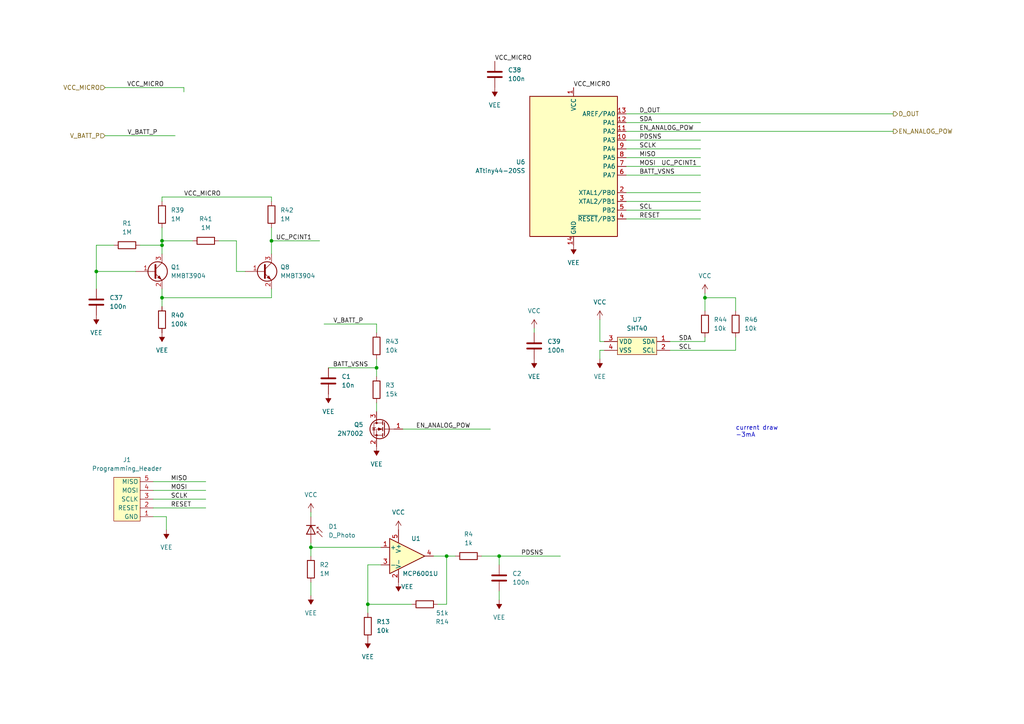
<source format=kicad_sch>
(kicad_sch (version 20211123) (generator eeschema)
  (paper "A4")
  (lib_symbols
    (symbol "Amplifier_Operational:MCP6001U" (pin_names (offset 0.127))
      (property "Reference" "U" (at 0 5.08 0))
      (property "Value" "MCP6001U" (at 0 -5.08 0))
      (symbol "MCP6001U_0_1"
        (polyline (pts (xy -5.08 5.08) (xy 5.08 0) (xy -5.08 -5.08) (xy -5.08 5.08)) (stroke (width 0.254)) (fill (type background)))
        (pin power_in line (at -2.54 -7.62 90) (length 3.81) (name "V-") (number "2"))
        (pin power_in line (at -2.54 7.62 270) (length 3.81) (name "V+") (number "5"))
      )
      (symbol "MCP6001U_1_1"
        (pin input line (at -7.62 2.54 0) (length 2.54) (name "+") (number "1"))
        (pin input line (at -7.62 -2.54 0) (length 2.54) (name "-") (number "3"))
        (pin output line (at 7.62 0 180) (length 2.54) (name "~") (number "4"))
      )
    )
    (symbol "Device:C" (pin_numbers hide) (pin_names (offset 0.254))
      (property "Reference" "C" (at 0.635 2.54 0))
      (property "Value" "C" (at 0.635 -2.54 0))
      (symbol "C_0_1"
        (polyline (pts (xy -2.032 -0.762) (xy 2.032 -0.762)) (stroke (width 0.508)))
        (polyline (pts (xy -2.032 0.762) (xy 2.032 0.762)) (stroke (width 0.508)))
      )
      (symbol "C_1_1"
        (pin passive line (at 0 3.81 270) (length 2.794) (name "~") (number "1"))
        (pin passive line (at 0 -3.81 90) (length 2.794) (name "~") (number "2"))
      )
    )
    (symbol "Device:D_Photo" (pin_numbers hide) (pin_names hide)
      (property "Reference" "D" (at 0.508 1.778 0))
      (property "Value" "D_Photo" (at -1.016 -2.794 0))
      (symbol "D_Photo_0_1"
        (polyline (pts (xy -2.54 1.27) (xy -2.54 -1.27)) (stroke (width 0.254)))
        (polyline (pts (xy -2.032 1.778) (xy -1.524 1.778)))
        (polyline (pts (xy 0 0) (xy -2.54 0)))
        (polyline (pts (xy -0.508 3.302) (xy -2.032 1.778) (xy -2.032 2.286)))
        (polyline (pts (xy 0 -1.27) (xy 0 1.27) (xy -2.54 0) (xy 0 -1.27)) (stroke (width 0.254)))
        (polyline (pts (xy 0.762 3.302) (xy -0.762 1.778) (xy -0.762 2.286) (xy -0.762 1.778) (xy -0.254 1.778)))
      )
      (symbol "D_Photo_1_1"
        (pin passive line (at -5.08 0 0) (length 2.54) (name "K") (number "1"))
        (pin passive line (at 2.54 0 180) (length 2.54) (name "A") (number "2"))
      )
    )
    (symbol "Device:R" (pin_numbers hide) (pin_names (offset 0))
      (property "Reference" "R" (at 2.032 0 90))
      (property "Value" "R" (at 0 0 90))
      (symbol "R_0_1"
        (rectangle (start -1.016 -2.54) (end 1.016 2.54) (stroke (width 0.254)))
      )
      (symbol "R_1_1"
        (pin passive line (at 0 3.81 270) (length 1.27) (name "~") (number "1"))
        (pin passive line (at 0 -3.81 90) (length 1.27) (name "~") (number "2"))
      )
    )
    (symbol "MCU_Microchip_ATtiny:ATtiny44-20SS"
      (property "Reference" "U" (at -12.7 21.59 0))
      (property "Value" "ATtiny44-20SS" (at 2.54 -21.59 0))
      (symbol "ATtiny44-20SS_0_1"
        (rectangle (start -12.7 -20.32) (end 12.7 20.32) (stroke (width 0.254)) (fill (type background)))
      )
      (symbol "ATtiny44-20SS_1_1"
        (pin power_in line (at 0 22.86 270) (length 2.54) (name "VCC") (number "1"))
        (pin bidirectional line (at 15.24 7.62 180) (length 2.54) (name "PA3") (number "10"))
        (pin bidirectional line (at 15.24 10.16 180) (length 2.54) (name "PA2") (number "11"))
        (pin bidirectional line (at 15.24 12.7 180) (length 2.54) (name "PA1") (number "12"))
        (pin bidirectional line (at 15.24 15.24 180) (length 2.54) (name "AREF/PA0") (number "13"))
        (pin power_in line (at 0 -22.86 90) (length 2.54) (name "GND") (number "14"))
        (pin bidirectional line (at 15.24 -7.62 180) (length 2.54) (name "XTAL1/PB0") (number "2"))
        (pin bidirectional line (at 15.24 -10.16 180) (length 2.54) (name "XTAL2/PB1") (number "3"))
        (pin bidirectional line (at 15.24 -15.24 180) (length 2.54) (name "~{RESET}/PB3") (number "4"))
        (pin bidirectional line (at 15.24 -12.7 180) (length 2.54) (name "PB2") (number "5"))
        (pin bidirectional line (at 15.24 -2.54 180) (length 2.54) (name "PA7") (number "6"))
        (pin bidirectional line (at 15.24 0 180) (length 2.54) (name "PA6") (number "7"))
        (pin bidirectional line (at 15.24 2.54 180) (length 2.54) (name "PA5") (number "8"))
        (pin bidirectional line (at 15.24 5.08 180) (length 2.54) (name "PA4") (number "9"))
      )
    )
    (symbol "Transistor_BJT:MMBT3904" (pin_names (offset 0) hide)
      (property "Reference" "Q" (at 5.08 1.905 0))
      (property "Value" "MMBT3904" (at 5.08 0 0))
      (symbol "MMBT3904_0_1"
        (polyline (pts (xy 0.635 0.635) (xy 2.54 2.54)))
        (polyline (pts (xy 0.635 -0.635) (xy 2.54 -2.54) (xy 2.54 -2.54)))
        (polyline (pts (xy 0.635 1.905) (xy 0.635 -1.905) (xy 0.635 -1.905)) (stroke (width 0.508)))
        (polyline (pts (xy 1.27 -1.778) (xy 1.778 -1.27) (xy 2.286 -2.286) (xy 1.27 -1.778) (xy 1.27 -1.778)) (fill (type outline)))
        (circle (center 1.27 0) (radius 2.8194) (stroke (width 0.254)))
      )
      (symbol "MMBT3904_1_1"
        (pin input line (at -5.08 0 0) (length 5.715) (name "B") (number "1"))
        (pin passive line (at 2.54 -5.08 90) (length 2.54) (name "E") (number "2"))
        (pin passive line (at 2.54 5.08 270) (length 2.54) (name "C") (number "3"))
      )
    )
    (symbol "Transistor_FET:2N7002" (pin_names hide)
      (property "Reference" "Q" (at 5.08 1.905 0))
      (property "Value" "2N7002" (at 5.08 0 0))
      (symbol "2N7002_0_1"
        (polyline (pts (xy 0.254 0) (xy -2.54 0)))
        (polyline (pts (xy 0.254 1.905) (xy 0.254 -1.905)) (stroke (width 0.254)))
        (polyline (pts (xy 0.762 -1.27) (xy 0.762 -2.286)) (stroke (width 0.254)))
        (polyline (pts (xy 0.762 0.508) (xy 0.762 -0.508)) (stroke (width 0.254)))
        (polyline (pts (xy 0.762 2.286) (xy 0.762 1.27)) (stroke (width 0.254)))
        (polyline (pts (xy 2.54 2.54) (xy 2.54 1.778)))
        (polyline (pts (xy 2.54 -2.54) (xy 2.54 0) (xy 0.762 0)))
        (polyline (pts (xy 0.762 -1.778) (xy 3.302 -1.778) (xy 3.302 1.778) (xy 0.762 1.778)))
        (polyline (pts (xy 1.016 0) (xy 2.032 0.381) (xy 2.032 -0.381) (xy 1.016 0)) (fill (type outline)))
        (polyline (pts (xy 2.794 0.508) (xy 2.921 0.381) (xy 3.683 0.381) (xy 3.81 0.254)))
        (polyline (pts (xy 3.302 0.381) (xy 2.921 -0.254) (xy 3.683 -0.254) (xy 3.302 0.381)))
        (circle (center 1.651 0) (radius 2.794) (stroke (width 0.254)))
        (circle (center 2.54 -1.778) (radius 0.254) (fill (type outline)))
        (circle (center 2.54 1.778) (radius 0.254) (fill (type outline)))
      )
      (symbol "2N7002_1_1"
        (pin input line (at -5.08 0 0) (length 2.54) (name "G") (number "1"))
        (pin passive line (at 2.54 -5.08 90) (length 2.54) (name "S") (number "2"))
        (pin passive line (at 2.54 5.08 270) (length 2.54) (name "D") (number "3"))
      )
    )
    (symbol "power:VCC" (power) (pin_names (offset 0))
      (property "Value" "VCC" (at 0 3.81 0))
      (symbol "VCC_0_1"
        (polyline (pts (xy -0.762 1.27) (xy 0 2.54)))
        (polyline (pts (xy 0 0) (xy 0 2.54)))
        (polyline (pts (xy 0 2.54) (xy 0.762 1.27)))
      )
      (symbol "VCC_1_1"
        (pin power_in line (at 0 0 90) (length 0) hide (name "VCC") (number "1"))
      )
    )
    (symbol "power:VEE" (power) (pin_names (offset 0))
      (property "Value" "VEE" (at 0 3.81 0))
      (symbol "VEE_0_1"
        (polyline (pts (xy 0 0) (xy 0 2.54)))
        (polyline (pts (xy 0.762 1.27) (xy -0.762 1.27) (xy 0 2.54) (xy 0.762 1.27)) (fill (type outline)))
      )
      (symbol "VEE_1_1"
        (pin power_in line (at 0 0 90) (length 0) hide (name "VEE") (number "1"))
      )
    )
    (symbol "seb_sym:Programming_Header"
      (property "Reference" "J" (at 2.54 7.62 0))
      (property "Value" "Programming_Header" (at 0 10.16 0))
      (symbol "Programming_Header_0_1"
        (rectangle (start -3.81 1.27) (end -11.43 -11.43) (fill (type background)))
      )
      (symbol "Programming_Header_1_1"
        (pin passive line (at 0 -10.16 180) (length 3.81) (name "GND") (number "1"))
        (pin passive line (at 0 -7.62 180) (length 3.81) (name "RESET") (number "2"))
        (pin passive line (at 0 -5.08 180) (length 3.81) (name "SCLK") (number "3"))
        (pin passive line (at 0 -2.54 180) (length 3.81) (name "MOSI") (number "4"))
        (pin passive line (at 0 0 180) (length 3.81) (name "MISO") (number "5"))
      )
    )
    (symbol "seb_sym:SH4X"
      (property "Reference" "U" (at -7.62 -5.08 0))
      (property "Value" "SH4X" (at -6.35 2.54 0))
      (symbol "SH4X_0_1"
        (rectangle (start -8.89 1.27) (end 2.54 -3.81) (fill (type background)))
      )
      (symbol "SH4X_1_1"
        (pin passive line (at 6.35 0 180) (length 3.81) (name "SDA") (number "1"))
        (pin passive line (at 6.35 -2.54 180) (length 3.81) (name "SCL") (number "2"))
        (pin passive line (at -12.7 0 0) (length 3.81) (name "VDD") (number "3"))
        (pin passive line (at -12.7 -2.54 0) (length 3.81) (name "VSS") (number "4"))
      )
    )
  )
  (junction (at 109.22 106.68))
  (junction (at 27.94 78.74))
  (junction (at 46.99 86.36))
  (junction (at 78.74 69.85))
  (junction (at 204.47 86.36))
  (junction (at 46.99 69.85))
  (junction (at 90.17 158.75))
  (junction (at 46.99 71.12))
  (junction (at 106.68 175.26))
  (junction (at 144.78 161.29))
  (junction (at 129.54 161.29))
  (wire (pts (xy 194.31 99.06) (xy 204.47 99.06)))
  (wire (pts (xy 181.61 45.72) (xy 203.2 45.72)))
  (wire (pts (xy 55.88 69.85) (xy 46.99 69.85)))
  (wire (pts (xy 144.78 161.29) (xy 144.78 163.83)))
  (wire (pts (xy 181.61 55.88) (xy 203.2 55.88)))
  (wire (pts (xy 129.54 175.26) (xy 129.54 161.29)))
  (wire (pts (xy 204.47 99.06) (xy 204.47 97.79)))
  (wire (pts (xy 48.26 149.86) (xy 48.26 153.67)))
  (wire (pts (xy 30.48 25.4) (xy 53.34 25.4)))
  (wire (pts (xy 109.22 116.84) (xy 109.22 119.38)))
  (wire (pts (xy 127 175.26) (xy 129.54 175.26)))
  (wire (pts (xy 46.99 69.85) (xy 46.99 66.04)))
  (wire (pts (xy 181.61 38.1) (xy 259.08 38.1)))
  (wire (pts (xy 125.73 161.29) (xy 129.54 161.29)))
  (wire (pts (xy 68.58 69.85) (xy 63.5 69.85)))
  (wire (pts (xy 90.17 158.75) (xy 110.49 158.75)))
  (wire (pts (xy 90.17 158.75) (xy 90.17 161.29)))
  (wire (pts (xy 50.8 39.37) (xy 30.48 39.37)))
  (wire (pts (xy 144.78 161.29) (xy 162.56 161.29)))
  (wire (pts (xy 93.98 93.98) (xy 109.22 93.98)))
  (wire (pts (xy 181.61 60.96) (xy 203.2 60.96)))
  (wire (pts (xy 78.74 69.85) (xy 78.74 73.66)))
  (wire (pts (xy 44.45 144.78) (xy 59.69 144.78)))
  (wire (pts (xy 78.74 66.04) (xy 78.74 69.85)))
  (wire (pts (xy 106.68 175.26) (xy 106.68 177.8)))
  (wire (pts (xy 194.31 101.6) (xy 213.36 101.6)))
  (wire (pts (xy 27.94 71.12) (xy 27.94 78.74)))
  (wire (pts (xy 213.36 86.36) (xy 204.47 86.36)))
  (wire (pts (xy 106.68 175.26) (xy 119.38 175.26)))
  (wire (pts (xy 173.99 92.71) (xy 173.99 99.06)))
  (wire (pts (xy 181.61 40.64) (xy 203.2 40.64)))
  (wire (pts (xy 46.99 86.36) (xy 46.99 88.9)))
  (wire (pts (xy 173.99 101.6) (xy 173.99 104.14)))
  (wire (pts (xy 181.61 33.02) (xy 259.08 33.02)))
  (wire (pts (xy 213.36 101.6) (xy 213.36 97.79)))
  (wire (pts (xy 181.61 43.18) (xy 203.2 43.18)))
  (wire (pts (xy 78.74 57.15) (xy 78.74 58.42)))
  (wire (pts (xy 40.64 71.12) (xy 46.99 71.12)))
  (wire (pts (xy 33.02 71.12) (xy 27.94 71.12)))
  (wire (pts (xy 204.47 85.09) (xy 204.47 86.36)))
  (wire (pts (xy 181.61 35.56) (xy 203.2 35.56)))
  (wire (pts (xy 175.26 99.06) (xy 173.99 99.06)))
  (wire (pts (xy 175.26 101.6) (xy 173.99 101.6)))
  (wire (pts (xy 106.68 163.83) (xy 106.68 175.26)))
  (wire (pts (xy 71.12 78.74) (xy 68.58 78.74)))
  (wire (pts (xy 213.36 90.17) (xy 213.36 86.36)))
  (wire (pts (xy 44.45 139.7) (xy 59.69 139.7)))
  (wire (pts (xy 129.54 161.29) (xy 132.08 161.29)))
  (wire (pts (xy 144.78 171.45) (xy 144.78 173.99)))
  (wire (pts (xy 78.74 83.82) (xy 78.74 86.36)))
  (wire (pts (xy 90.17 168.91) (xy 90.17 172.72)))
  (wire (pts (xy 154.94 95.25) (xy 154.94 96.52)))
  (wire (pts (xy 46.99 69.85) (xy 46.99 71.12)))
  (wire (pts (xy 110.49 163.83) (xy 106.68 163.83)))
  (wire (pts (xy 44.45 142.24) (xy 59.69 142.24)))
  (wire (pts (xy 109.22 106.68) (xy 109.22 109.22)))
  (wire (pts (xy 181.61 63.5) (xy 203.2 63.5)))
  (wire (pts (xy 44.45 149.86) (xy 48.26 149.86)))
  (wire (pts (xy 46.99 58.42) (xy 46.99 57.15)))
  (wire (pts (xy 139.7 161.29) (xy 144.78 161.29)))
  (wire (pts (xy 109.22 104.14) (xy 109.22 106.68)))
  (wire (pts (xy 46.99 57.15) (xy 78.74 57.15)))
  (wire (pts (xy 78.74 86.36) (xy 46.99 86.36)))
  (wire (pts (xy 90.17 148.59) (xy 90.17 149.86)))
  (wire (pts (xy 44.45 147.32) (xy 59.69 147.32)))
  (wire (pts (xy 68.58 78.74) (xy 68.58 69.85)))
  (wire (pts (xy 181.61 50.8) (xy 203.2 50.8)))
  (wire (pts (xy 181.61 58.42) (xy 203.2 58.42)))
  (wire (pts (xy 204.47 86.36) (xy 204.47 90.17)))
  (wire (pts (xy 27.94 78.74) (xy 27.94 83.82)))
  (wire (pts (xy 39.37 78.74) (xy 27.94 78.74)))
  (wire (pts (xy 90.17 157.48) (xy 90.17 158.75)))
  (wire (pts (xy 46.99 86.36) (xy 46.99 83.82)))
  (wire (pts (xy 109.22 93.98) (xy 109.22 96.52)))
  (wire (pts (xy 78.74 69.85) (xy 92.71 69.85)))
  (wire (pts (xy 181.61 48.26) (xy 203.2 48.26)))
  (wire (pts (xy 46.99 71.12) (xy 46.99 73.66)))
  (wire (pts (xy 116.84 124.46) (xy 142.24 124.46)))
  (wire (pts (xy 95.25 106.68) (xy 109.22 106.68)))
  (wire (pts (xy 53.34 25.4) (xy 53.34 26.67)))
  (text "current draw\n-3mA" (at 213.36 127 0) (effects (font (size 1.27 1.27)) (justify left bottom)))
  (label "BATT_VSNS" (at 96.52 106.68 0))
  (label "V_BATT_P" (at 45.72 39.37 180))
  (label "MOSI" (at 185.42 48.26 0))
  (label "MISO" (at 185.42 45.72 0))
  (label "D_OUT" (at 185.42 33.02 0))
  (label "PDSNS" (at 185.42 40.64 0))
  (label "PDSNS" (at 151.13 161.29 0))
  (label "SDA" (at 196.85 99.06 0))
  (label "MISO" (at 49.53 139.7 0))
  (label "MOSI" (at 49.53 142.24 0))
  (label "VCC_MICRO" (at 166.37 25.4 0))
  (label "UC_PCINT1" (at 80.01 69.85 0))
  (label "V_BATT_P" (at 105.41 93.98 180))
  (label "UC_PCINT1" (at 191.77 48.26 0))
  (label "EN_ANALOG_POW" (at 120.65 124.46 0))
  (label "VCC_MICRO" (at 143.51 17.78 0))
  (label "SCLK" (at 49.53 144.78 0))
  (label "SCL" (at 196.85 101.6 0))
  (label "VCC_MICRO" (at 53.34 57.15 0))
  (label "SCL" (at 185.42 60.96 0))
  (label "VCC_MICRO" (at 36.83 25.4 0))
  (label "RESET" (at 49.53 147.32 0))
  (label "SDA" (at 185.42 35.56 0))
  (label "EN_ANALOG_POW" (at 185.42 38.1 0))
  (label "BATT_VSNS" (at 185.42 50.8 0))
  (label "RESET" (at 185.42 63.5 0))
  (label "SCLK" (at 185.42 43.18 0))
  (hierarchical_label "EN_ANALOG_POW" (shape output) (at 259.08 38.1 0))
  (hierarchical_label "VCC_MICRO" (shape input) (at 30.48 25.4 180))
  (hierarchical_label "V_BATT_P" (shape input) (at 30.48 39.37 180))
  (hierarchical_label "D_OUT" (shape output) (at 259.08 33.02 0))
  (symbol (lib_id "power:VEE") (at 109.22 129.54 180) (unit 1)
    (property "Reference" "#PWR0114" (effects hide))
    (property "Value" "VEE" (at 109.22 134.62 0))
  )
  (symbol (lib_id "Transistor_BJT:MMBT3904") (at 44.45 78.74 0) (unit 1)
    (property "Reference" "Q1" (at 49.53 77.4699 0) (effects (justify left)))
    (property "Value" "MMBT3904" (at 49.53 80.0099 0) (effects (justify left)))
    (property "Footprint" "Package_TO_SOT_SMD:SOT-23" (effects hide))
    (property "Datasheet" "https://www.onsemi.com/pub/Collateral/2N3903-D.PDF" (effects hide))
  )
  (symbol (lib_id "power:VEE") (at 154.94 104.14 180) (unit 1)
    (property "Reference" "#PWR0162" (effects hide))
    (property "Value" "VEE" (at 154.94 109.22 0))
  )
  (symbol (lib_id "Device:R") (at 213.36 93.98 0) (unit 1)
    (property "Reference" "R46" (at 215.9 92.7099 0) (effects (justify left)))
    (property "Value" "10k" (at 215.9 95.2499 0) (effects (justify left)))
    (property "Footprint" "Capacitor_SMD:C_0603_1608Metric" (effects hide))
  )
  (symbol (lib_id "Device:C") (at 95.25 110.49 0) (unit 1)
    (property "Reference" "C1" (at 99.06 109.2199 0) (effects (justify left)))
    (property "Value" "10n" (at 99.06 111.7599 0) (effects (justify left)))
    (property "Footprint" "Capacitor_SMD:C_0603_1608Metric" (effects hide))
  )
  (symbol (lib_id "power:VEE") (at 106.68 185.42 180) (unit 1)
    (property "Reference" "#PWR0117" (effects hide))
    (property "Value" "VEE" (at 106.68 190.5 0))
  )
  (symbol (lib_id "seb_sym:SH4X") (at 187.96 99.06 0) (unit 1)
    (property "Reference" "U7" (at 184.785 92.71 0))
    (property "Value" "SHT40" (at 184.785 95.25 0))
    (property "Footprint" "seb_fp:SHT40" (effects hide))
  )
  (symbol (lib_id "Device:R") (at 106.68 181.61 180) (unit 1)
    (property "Reference" "R13" (at 109.22 180.3399 0) (effects (justify right)))
    (property "Value" "10k" (at 109.22 182.8799 0) (effects (justify right)))
    (property "Footprint" "Capacitor_SMD:C_0603_1608Metric" (effects hide))
  )
  (symbol (lib_id "Amplifier_Operational:MCP6001U") (at 118.11 161.29 0) (unit 1)
    (property "Reference" "U1" (at 120.65 156.21 0))
    (property "Value" "MCP6001U" (at 121.92 166.37 0))
    (property "Footprint" "seb_fp:mcp6001" (effects hide))
    (property "Datasheet" "http://ww1.microchip.com/downloads/en/DeviceDoc/21733j.pdf" (effects hide))
  )
  (symbol (lib_id "power:VEE") (at 48.26 153.67 180) (unit 1)
    (property "Reference" "#PWR0158" (effects hide))
    (property "Value" "VEE" (at 48.26 158.75 0))
  )
  (symbol (lib_id "Device:C") (at 27.94 87.63 0) (unit 1)
    (property "Reference" "C37" (at 31.75 86.3599 0) (effects (justify left)))
    (property "Value" "100n" (at 31.75 88.8999 0) (effects (justify left)))
    (property "Footprint" "Capacitor_SMD:C_0603_1608Metric" (effects hide))
  )
  (symbol (lib_id "Transistor_BJT:MMBT3904") (at 76.2 78.74 0) (unit 1)
    (property "Reference" "Q8" (at 81.28 77.4699 0) (effects (justify left)))
    (property "Value" "MMBT3904" (at 81.28 80.0099 0) (effects (justify left)))
    (property "Footprint" "Package_TO_SOT_SMD:SOT-23" (effects hide))
    (property "Datasheet" "https://www.onsemi.com/pub/Collateral/2N3903-D.PDF" (effects hide))
  )
  (symbol (lib_id "power:VEE") (at 173.99 104.14 180) (unit 1)
    (property "Reference" "#PWR0160" (effects hide))
    (property "Value" "VEE" (at 173.99 109.22 0))
  )
  (symbol (lib_id "Device:R") (at 78.74 62.23 0) (unit 1)
    (property "Reference" "R42" (at 81.28 60.9599 0) (effects (justify left)))
    (property "Value" "1M" (at 81.28 63.4999 0) (effects (justify left)))
    (property "Footprint" "Capacitor_SMD:C_0603_1608Metric" (effects hide))
  )
  (symbol (lib_id "Device:C") (at 144.78 167.64 0) (unit 1)
    (property "Reference" "C2" (at 148.59 166.3699 0) (effects (justify left)))
    (property "Value" "100n" (at 148.59 168.9099 0) (effects (justify left)))
    (property "Footprint" "Capacitor_SMD:C_0603_1608Metric" (effects hide))
  )
  (symbol (lib_id "Device:C") (at 154.94 100.33 0) (unit 1)
    (property "Reference" "C39" (at 158.75 99.0599 0) (effects (justify left)))
    (property "Value" "100n" (at 158.75 101.5999 0) (effects (justify left)))
    (property "Footprint" "Capacitor_SMD:C_0603_1608Metric" (effects hide))
  )
  (symbol (lib_id "power:VEE") (at 143.51 25.4 180) (unit 1)
    (property "Reference" "#PWR0161" (effects hide))
    (property "Value" "VEE" (at 143.51 30.48 0))
  )
  (symbol (lib_id "Device:R") (at 46.99 92.71 0) (unit 1)
    (property "Reference" "R40" (at 49.53 91.4399 0) (effects (justify left)))
    (property "Value" "100k" (at 49.53 93.9799 0) (effects (justify left)))
    (property "Footprint" "Capacitor_SMD:C_0603_1608Metric" (effects hide))
  )
  (symbol (lib_id "power:VEE") (at 115.57 168.91 180) (unit 1)
    (property "Reference" "#PWR0110" (effects hide))
    (property "Value" "VEE" (at 118.11 170.18 0))
  )
  (symbol (lib_id "Transistor_FET:2N7002") (at 111.76 124.46 0) (mirror y) (unit 1)
    (property "Reference" "Q5" (at 105.41 123.1899 0) (effects (justify left)))
    (property "Value" "2N7002" (at 105.41 125.7299 0) (effects (justify left)))
    (property "Footprint" "Package_TO_SOT_SMD:SOT-23" (effects hide))
    (property "Datasheet" "https://www.onsemi.com/pub/Collateral/NDS7002A-D.PDF" (effects hide))
  )
  (symbol (lib_id "MCU_Microchip_ATtiny:ATtiny44-20SS") (at 166.37 48.26 0) (unit 1)
    (property "Reference" "U6" (at 152.4 46.9899 0) (effects (justify right)))
    (property "Value" "ATtiny44-20SS" (at 152.4 49.5299 0) (effects (justify right)))
    (property "Footprint" "Package_SO:SOIC-14_3.9x8.7mm_P1.27mm" (effects hide))
    (property "Datasheet" "http://ww1.microchip.com/downloads/en/DeviceDoc/doc8006.pdf" (effects hide))
  )
  (symbol (lib_id "power:VCC") (at 204.47 85.09 0) (unit 1)
    (property "Reference" "#PWR0102" (effects hide))
    (property "Value" "VCC" (at 204.47 80.01 0))
  )
  (symbol (lib_id "power:VEE") (at 46.99 96.52 180) (unit 1)
    (property "Reference" "#PWR0157" (effects hide))
    (property "Value" "VEE" (at 46.99 101.6 0))
  )
  (symbol (lib_id "power:VEE") (at 95.25 114.3 180) (unit 1)
    (property "Reference" "#PWR0104" (effects hide))
    (property "Value" "VEE" (at 95.25 119.38 0))
  )
  (symbol (lib_id "power:VEE") (at 90.17 172.72 180) (unit 1)
    (property "Reference" "#PWR0107" (effects hide))
    (property "Value" "VEE" (at 90.17 177.8 0))
  )
  (symbol (lib_id "Device:R") (at 135.89 161.29 90) (unit 1)
    (property "Reference" "R4" (at 135.89 154.94 90))
    (property "Value" "1k" (at 135.89 157.48 90))
    (property "Footprint" "Capacitor_SMD:C_0603_1608Metric" (effects hide))
  )
  (symbol (lib_id "Device:R") (at 109.22 113.03 0) (unit 1)
    (property "Reference" "R3" (at 111.76 111.7599 0) (effects (justify left)))
    (property "Value" "15k" (at 111.76 114.2999 0) (effects (justify left)))
    (property "Footprint" "Capacitor_SMD:C_0603_1608Metric" (effects hide))
  )
  (symbol (lib_id "power:VCC") (at 115.57 153.67 0) (unit 1)
    (property "Reference" "#PWR0108" (effects hide))
    (property "Value" "VCC" (at 115.57 148.59 0))
  )
  (symbol (lib_id "power:VEE") (at 27.94 91.44 180) (unit 1)
    (property "Reference" "#PWR0156" (effects hide))
    (property "Value" "VEE" (at 27.94 96.52 0))
  )
  (symbol (lib_id "power:VEE") (at 166.37 71.12 180) (unit 1)
    (property "Reference" "#PWR0163" (effects hide))
    (property "Value" "VEE" (at 166.37 76.2 0))
  )
  (symbol (lib_id "seb_sym:Programming_Header") (at 44.45 139.7 0) (unit 1)
    (property "Reference" "J1" (at 36.83 133.35 0))
    (property "Value" "Programming_Header" (at 36.83 135.89 0))
    (property "Footprint" "sebs_fp_2:JST-ZH-5" (effects hide))
  )
  (symbol (lib_id "Device:C") (at 143.51 21.59 0) (unit 1)
    (property "Reference" "C38" (at 147.32 20.3199 0) (effects (justify left)))
    (property "Value" "100n" (at 147.32 22.8599 0) (effects (justify left)))
    (property "Footprint" "Capacitor_SMD:C_0603_1608Metric" (effects hide))
  )
  (symbol (lib_id "Device:R") (at 36.83 71.12 90) (unit 1)
    (property "Reference" "R1" (at 36.83 64.77 90))
    (property "Value" "1M" (at 36.83 67.31 90))
    (property "Footprint" "Capacitor_SMD:C_0603_1608Metric" (effects hide))
  )
  (symbol (lib_id "power:VCC") (at 154.94 95.25 0) (unit 1)
    (property "Reference" "#PWR0106" (effects hide))
    (property "Value" "VCC" (at 154.94 90.17 0))
  )
  (symbol (lib_id "power:VCC") (at 90.17 148.59 0) (unit 1)
    (property "Reference" "#PWR0124" (effects hide))
    (property "Value" "VCC" (at 90.17 143.51 0))
  )
  (symbol (lib_id "power:VEE") (at 144.78 173.99 180) (unit 1)
    (property "Reference" "#PWR0116" (effects hide))
    (property "Value" "VEE" (at 144.78 179.07 0))
  )
  (symbol (lib_id "Device:D_Photo") (at 90.17 154.94 270) (unit 1)
    (property "Reference" "D1" (at 95.25 152.7174 90) (effects (justify left)))
    (property "Value" "D_Photo" (at 95.25 155.2574 90) (effects (justify left)))
    (property "Footprint" "LED_SMD:LED_0805_2012Metric" (effects hide))
  )
  (symbol (lib_id "Device:R") (at 204.47 93.98 0) (unit 1)
    (property "Reference" "R44" (at 207.01 92.7099 0) (effects (justify left)))
    (property "Value" "10k" (at 207.01 95.2499 0) (effects (justify left)))
    (property "Footprint" "Capacitor_SMD:C_0603_1608Metric" (effects hide))
  )
  (symbol (lib_id "Device:R") (at 59.69 69.85 90) (unit 1)
    (property "Reference" "R41" (at 59.69 63.5 90))
    (property "Value" "1M" (at 59.69 66.04 90))
    (property "Footprint" "Capacitor_SMD:C_0603_1608Metric" (effects hide))
  )
  (symbol (lib_id "Device:R") (at 90.17 165.1 180) (unit 1)
    (property "Reference" "R2" (at 92.71 163.8299 0) (effects (justify right)))
    (property "Value" "1M" (at 92.71 166.3699 0) (effects (justify right)))
    (property "Footprint" "Capacitor_SMD:C_0603_1608Metric" (effects hide))
  )
  (symbol (lib_id "Device:R") (at 46.99 62.23 0) (unit 1)
    (property "Reference" "R39" (at 49.53 60.9599 0) (effects (justify left)))
    (property "Value" "1M" (at 49.53 63.4999 0) (effects (justify left)))
    (property "Footprint" "Capacitor_SMD:C_0603_1608Metric" (effects hide))
  )
  (symbol (lib_id "Device:R") (at 123.19 175.26 90) (unit 1)
    (property "Reference" "R14" (at 128.27 180.34 90))
    (property "Value" "51k" (at 128.27 177.8 90))
    (property "Footprint" "Capacitor_SMD:C_0603_1608Metric" (effects hide))
  )
  (symbol (lib_id "Device:R") (at 109.22 100.33 0) (unit 1)
    (property "Reference" "R43" (at 111.76 99.0599 0) (effects (justify left)))
    (property "Value" "10k" (at 111.76 101.5999 0) (effects (justify left)))
    (property "Footprint" "Capacitor_SMD:C_0603_1608Metric" (effects hide))
  )
  (symbol (lib_id "power:VCC") (at 173.99 92.71 0) (unit 1)
    (property "Reference" "#PWR0101" (effects hide))
    (property "Value" "VCC" (at 173.99 87.63 0))
  )
)
</source>
